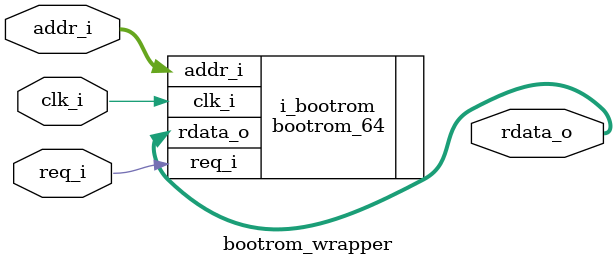
<source format=v>
module bootrom_wrapper(
   input  wire         clk_i,
   input  wire         req_i,
   input  wire [63:0]  addr_i,
   output wire [63:0]  rdata_o
);

bootrom_64 i_bootrom(
    .clk_i(clk_i),
    .req_i(req_i),
    .addr_i(addr_i),
    .rdata_o(rdata_o)
);

endmodule

</source>
